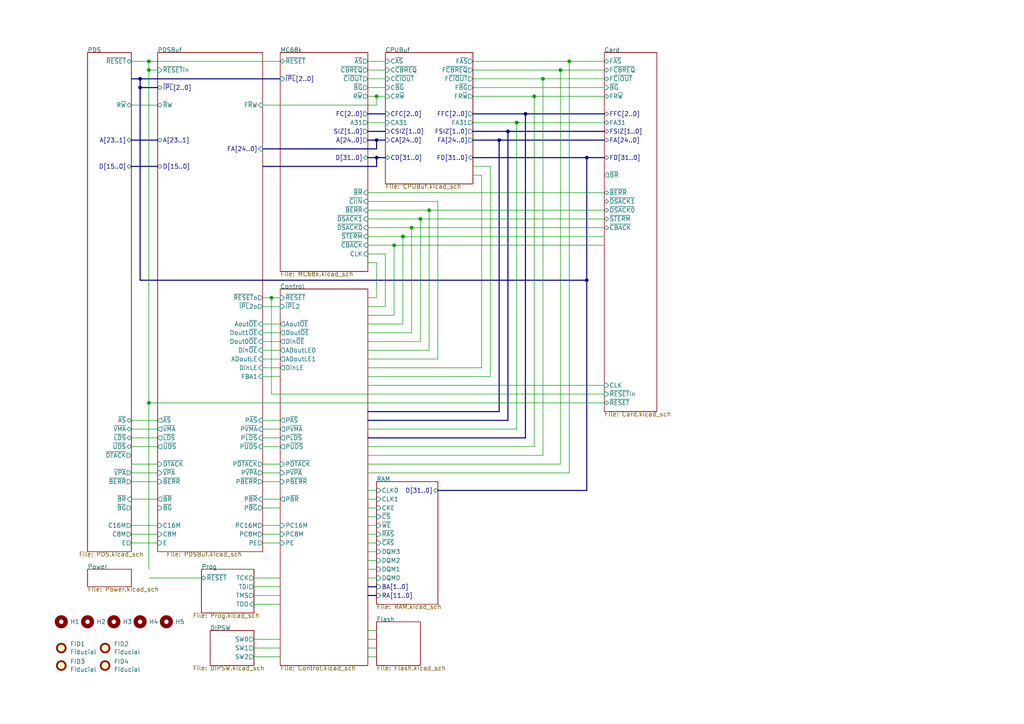
<source format=kicad_sch>
(kicad_sch (version 20211123) (generator eeschema)
  (paper "A4")
  (lib_symbols
    (symbol "Mechanical:Fiducial"
      (property "Reference" "FID" (at 0 5.08 0))
      (property "Value" "Fiducial" (at 0 3.175 0))
      (symbol "Fiducial_0_1"
        (circle (center 0 0) (radius 1.27) (stroke (width 0.508)) (fill (type background)))
      )
    )
    (symbol "Mechanical:MountingHole" (pin_names (offset 1.016))
      (property "Reference" "H" (at 0 5.08 0))
      (property "Value" "MountingHole" (at 0 3.175 0))
      (symbol "MountingHole_0_1"
        (circle (center 0 0) (radius 1.27) (stroke (width 1.27)))
      )
    )
  )
  (junction (at 78.74 86.36))
  (junction (at 109.22 40.64))
  (junction (at 147.32 38.1))
  (junction (at 124.46 60.96))
  (junction (at 121.92 63.5))
  (junction (at 144.78 40.64))
  (junction (at 43.18 17.78))
  (junction (at 152.4 33.02))
  (junction (at 43.18 116.84))
  (junction (at 154.94 27.94))
  (junction (at 149.86 35.56))
  (junction (at 43.18 20.32))
  (junction (at 40.64 22.86))
  (junction (at 170.18 81.28))
  (junction (at 114.3 71.12))
  (junction (at 109.22 45.72))
  (junction (at 165.1 17.78))
  (junction (at 157.48 22.86))
  (junction (at 116.84 68.58))
  (junction (at 170.18 45.72))
  (junction (at 162.56 20.32))
  (junction (at 119.38 66.04))
  (junction (at 109.22 27.94))
  (junction (at 40.64 25.4))
  (bus (pts (xy 137.16 33.02) (xy 152.4 33.02)))
  (bus (pts (xy 144.78 40.64) (xy 175.26 40.64)))
  (wire (pts (xy 106.68 86.36) (xy 109.22 86.36)))
  (bus (pts (xy 76.2 48.26) (xy 109.22 48.26)))
  (wire (pts (xy 154.94 27.94) (xy 154.94 129.54)))
  (wire (pts (xy 127 58.42) (xy 106.68 58.42)))
  (wire (pts (xy 106.68 22.86) (xy 111.76 22.86)))
  (wire (pts (xy 109.22 144.78) (xy 106.68 144.78)))
  (wire (pts (xy 76.2 147.32) (xy 81.28 147.32)))
  (bus (pts (xy 147.32 38.1) (xy 175.26 38.1)))
  (wire (pts (xy 154.94 27.94) (xy 175.26 27.94)))
  (wire (pts (xy 157.48 22.86) (xy 157.48 132.08)))
  (wire (pts (xy 124.46 60.96) (xy 175.26 60.96)))
  (wire (pts (xy 76.2 124.46) (xy 81.28 124.46)))
  (wire (pts (xy 109.22 149.86) (xy 106.68 149.86)))
  (bus (pts (xy 137.16 40.64) (xy 144.78 40.64)))
  (wire (pts (xy 137.16 20.32) (xy 162.56 20.32)))
  (wire (pts (xy 38.1 124.46) (xy 45.72 124.46)))
  (wire (pts (xy 43.18 17.78) (xy 81.28 17.78)))
  (wire (pts (xy 119.38 96.52) (xy 106.68 96.52)))
  (wire (pts (xy 43.18 116.84) (xy 43.18 165.1)))
  (bus (pts (xy 38.1 22.86) (xy 40.64 22.86)))
  (wire (pts (xy 78.74 86.36) (xy 81.28 86.36)))
  (wire (pts (xy 76.2 144.78) (xy 81.28 144.78)))
  (wire (pts (xy 106.68 66.04) (xy 119.38 66.04)))
  (wire (pts (xy 76.2 30.48) (xy 109.22 30.48)))
  (bus (pts (xy 137.16 45.72) (xy 170.18 45.72)))
  (wire (pts (xy 38.1 129.54) (xy 45.72 129.54)))
  (wire (pts (xy 106.68 111.76) (xy 175.26 111.76)))
  (wire (pts (xy 109.22 142.24) (xy 106.68 142.24)))
  (wire (pts (xy 149.86 35.56) (xy 149.86 124.46)))
  (wire (pts (xy 76.2 137.16) (xy 81.28 137.16)))
  (wire (pts (xy 43.18 17.78) (xy 43.18 20.32)))
  (wire (pts (xy 106.68 134.62) (xy 162.56 134.62)))
  (wire (pts (xy 137.16 35.56) (xy 149.86 35.56)))
  (wire (pts (xy 109.22 27.94) (xy 109.22 30.48)))
  (wire (pts (xy 109.22 162.56) (xy 106.68 162.56)))
  (wire (pts (xy 76.2 157.48) (xy 81.28 157.48)))
  (wire (pts (xy 76.2 88.9) (xy 81.28 88.9)))
  (wire (pts (xy 106.68 76.2) (xy 109.22 76.2)))
  (wire (pts (xy 73.66 172.72) (xy 81.3296 172.72)))
  (wire (pts (xy 162.56 20.32) (xy 162.56 134.62)))
  (wire (pts (xy 73.66 167.64) (xy 81.28 167.64)))
  (wire (pts (xy 38.1 134.62) (xy 45.72 134.62)))
  (wire (pts (xy 106.68 124.46) (xy 149.86 124.46)))
  (wire (pts (xy 119.38 66.04) (xy 175.26 66.04)))
  (bus (pts (xy 106.68 33.02) (xy 111.76 33.02)))
  (wire (pts (xy 127 58.42) (xy 127 104.14)))
  (wire (pts (xy 76.2 106.68) (xy 81.28 106.68)))
  (wire (pts (xy 121.92 63.5) (xy 121.92 99.06)))
  (wire (pts (xy 38.1 137.16) (xy 45.72 137.16)))
  (bus (pts (xy 137.16 38.1) (xy 147.32 38.1)))
  (wire (pts (xy 119.38 66.04) (xy 119.38 96.52)))
  (bus (pts (xy 106.68 38.1) (xy 111.76 38.1)))
  (bus (pts (xy 106.68 40.64) (xy 109.22 40.64)))
  (bus (pts (xy 106.68 172.72) (xy 109.22 172.72)))
  (wire (pts (xy 38.1 17.78) (xy 43.18 17.78)))
  (wire (pts (xy 121.92 63.5) (xy 175.26 63.5)))
  (wire (pts (xy 76.2 104.14) (xy 81.28 104.14)))
  (wire (pts (xy 139.7 50.8) (xy 139.7 106.68)))
  (wire (pts (xy 106.68 109.22) (xy 142.24 109.22)))
  (wire (pts (xy 109.22 147.32) (xy 106.68 147.32)))
  (wire (pts (xy 111.76 88.9) (xy 111.76 73.66)))
  (wire (pts (xy 116.84 68.58) (xy 175.26 68.58)))
  (wire (pts (xy 43.2296 167.64) (xy 58.42 167.64)))
  (wire (pts (xy 137.16 50.8) (xy 139.7 50.8)))
  (wire (pts (xy 124.46 60.96) (xy 124.46 101.6)))
  (wire (pts (xy 106.68 129.54) (xy 154.94 129.54)))
  (wire (pts (xy 106.68 35.56) (xy 111.76 35.56)))
  (wire (pts (xy 114.3 91.44) (xy 106.68 91.44)))
  (wire (pts (xy 76.2 96.52) (xy 81.28 96.52)))
  (wire (pts (xy 38.1 127) (xy 45.72 127)))
  (bus (pts (xy 40.64 22.86) (xy 81.28 22.86)))
  (bus (pts (xy 170.18 81.28) (xy 170.18 142.24)))
  (wire (pts (xy 76.2 86.36) (xy 78.74 86.36)))
  (wire (pts (xy 106.68 27.94) (xy 109.22 27.94)))
  (wire (pts (xy 38.1 121.92) (xy 45.72 121.92)))
  (wire (pts (xy 116.84 93.98) (xy 116.84 68.58)))
  (wire (pts (xy 106.68 55.88) (xy 175.26 55.88)))
  (wire (pts (xy 106.68 104.14) (xy 127 104.14)))
  (wire (pts (xy 106.68 187.96) (xy 109.22 187.96)))
  (wire (pts (xy 76.2 134.62) (xy 81.28 134.62)))
  (wire (pts (xy 106.68 99.06) (xy 121.92 99.06)))
  (wire (pts (xy 142.24 48.26) (xy 142.24 109.22)))
  (wire (pts (xy 73.66 187.96) (xy 81.28 187.96)))
  (wire (pts (xy 38.1 144.78) (xy 45.72 144.78)))
  (wire (pts (xy 137.16 17.78) (xy 165.1 17.78)))
  (wire (pts (xy 38.1 157.48) (xy 45.72 157.48)))
  (wire (pts (xy 106.68 154.94) (xy 109.22 154.94)))
  (bus (pts (xy 38.1 48.26) (xy 45.72 48.26)))
  (wire (pts (xy 106.68 101.6) (xy 124.46 101.6)))
  (wire (pts (xy 149.86 35.56) (xy 175.26 35.56)))
  (wire (pts (xy 106.68 17.78) (xy 111.76 17.78)))
  (wire (pts (xy 106.68 88.9) (xy 111.76 88.9)))
  (wire (pts (xy 76.2 129.54) (xy 81.28 129.54)))
  (bus (pts (xy 40.64 25.4) (xy 45.72 25.4)))
  (wire (pts (xy 78.74 114.3) (xy 175.26 114.3)))
  (bus (pts (xy 106.68 45.72) (xy 109.22 45.72)))
  (bus (pts (xy 40.64 25.4) (xy 40.64 81.28)))
  (wire (pts (xy 109.22 76.2) (xy 109.22 86.36)))
  (bus (pts (xy 170.18 45.72) (xy 170.18 81.28)))
  (wire (pts (xy 76.2 99.06) (xy 81.28 99.06)))
  (wire (pts (xy 106.68 132.08) (xy 157.48 132.08)))
  (wire (pts (xy 73.66 190.5) (xy 81.28 190.5)))
  (wire (pts (xy 76.2 154.94) (xy 81.28 154.94)))
  (wire (pts (xy 43.18 20.32) (xy 43.18 116.84)))
  (wire (pts (xy 76.2 109.22) (xy 81.28 109.22)))
  (wire (pts (xy 106.68 137.16) (xy 165.1 137.16)))
  (bus (pts (xy 170.18 45.72) (xy 175.26 45.72)))
  (wire (pts (xy 38.1 152.4) (xy 45.72 152.4)))
  (wire (pts (xy 165.1 17.78) (xy 175.26 17.78)))
  (wire (pts (xy 76.2 139.7) (xy 81.28 139.7)))
  (wire (pts (xy 137.16 22.86) (xy 157.48 22.86)))
  (wire (pts (xy 137.16 25.4) (xy 175.26 25.4)))
  (wire (pts (xy 106.68 60.96) (xy 124.46 60.96)))
  (wire (pts (xy 38.1 154.94) (xy 45.72 154.94)))
  (bus (pts (xy 109.22 45.72) (xy 111.76 45.72)))
  (bus (pts (xy 40.64 22.86) (xy 40.64 25.4)))
  (wire (pts (xy 106.68 106.68) (xy 139.7 106.68)))
  (wire (pts (xy 162.56 20.32) (xy 175.26 20.32)))
  (wire (pts (xy 43.18 116.84) (xy 175.26 116.84)))
  (wire (pts (xy 76.2 152.4) (xy 81.28 152.4)))
  (wire (pts (xy 106.68 190.5) (xy 109.22 190.5)))
  (bus (pts (xy 109.22 40.64) (xy 111.76 40.64)))
  (wire (pts (xy 106.68 20.32) (xy 111.76 20.32)))
  (wire (pts (xy 165.1 17.78) (xy 165.1 137.16)))
  (wire (pts (xy 106.68 93.98) (xy 116.84 93.98)))
  (bus (pts (xy 109.22 45.72) (xy 109.22 48.26)))
  (bus (pts (xy 38.1 40.64) (xy 45.72 40.64)))
  (bus (pts (xy 152.4 33.02) (xy 152.4 127)))
  (wire (pts (xy 76.2 127) (xy 81.28 127)))
  (wire (pts (xy 76.2 101.6) (xy 81.28 101.6)))
  (wire (pts (xy 38.1 30.48) (xy 45.72 30.48)))
  (wire (pts (xy 106.68 25.4) (xy 111.76 25.4)))
  (wire (pts (xy 109.22 160.02) (xy 106.68 160.02)))
  (wire (pts (xy 137.16 27.94) (xy 154.94 27.94)))
  (wire (pts (xy 137.16 48.26) (xy 142.24 48.26)))
  (wire (pts (xy 73.66 185.42) (xy 81.28 185.42)))
  (bus (pts (xy 106.68 119.38) (xy 144.78 119.38)))
  (wire (pts (xy 114.3 71.12) (xy 175.26 71.12)))
  (wire (pts (xy 106.68 152.4) (xy 109.22 152.4)))
  (wire (pts (xy 106.68 68.58) (xy 116.84 68.58)))
  (wire (pts (xy 106.68 185.42) (xy 109.22 185.42)))
  (wire (pts (xy 109.22 157.48) (xy 106.68 157.48)))
  (wire (pts (xy 109.22 27.94) (xy 111.76 27.94)))
  (wire (pts (xy 106.68 63.5) (xy 121.92 63.5)))
  (wire (pts (xy 73.66 175.26) (xy 81.3296 175.26)))
  (bus (pts (xy 127 142.24) (xy 170.18 142.24)))
  (bus (pts (xy 147.32 38.1) (xy 147.32 121.92)))
  (bus (pts (xy 106.68 127) (xy 152.4 127)))
  (bus (pts (xy 106.68 170.18) (xy 109.22 170.18)))
  (wire (pts (xy 106.68 71.12) (xy 114.3 71.12)))
  (wire (pts (xy 78.74 86.36) (xy 78.74 114.3)))
  (bus (pts (xy 40.64 81.28) (xy 170.18 81.28)))
  (wire (pts (xy 76.2 93.98) (xy 81.28 93.98)))
  (wire (pts (xy 76.2 121.92) (xy 81.28 121.92)))
  (wire (pts (xy 73.66 170.18) (xy 81.28 170.18)))
  (wire (pts (xy 43.18 20.32) (xy 45.72 20.32)))
  (wire (pts (xy 106.68 182.88) (xy 109.22 182.88)))
  (bus (pts (xy 109.22 40.64) (xy 109.22 43.18)))
  (bus (pts (xy 144.78 40.64) (xy 144.78 119.38)))
  (wire (pts (xy 157.48 22.86) (xy 175.26 22.86)))
  (bus (pts (xy 76.2 43.18) (xy 109.22 43.18)))
  (wire (pts (xy 106.68 165.1) (xy 109.22 165.1)))
  (wire (pts (xy 111.76 73.66) (xy 106.68 73.66)))
  (wire (pts (xy 38.1 139.7) (xy 45.72 139.7)))
  (wire (pts (xy 114.3 71.12) (xy 114.3 91.44)))
  (bus (pts (xy 106.68 121.92) (xy 147.32 121.92)))
  (wire (pts (xy 106.68 167.64) (xy 109.22 167.64)))
  (bus (pts (xy 152.4 33.02) (xy 175.26 33.02)))
  (symbol (lib_id "Mechanical:MountingHole") (at 48.26 180.34 0) (unit 1)
    (property "Reference" "H5" (at 50.8 180.34 0) (effects (justify left)))
    (property "Value" " " (at 50.8 181.356 0) (effects (justify left)))
    (property "Footprint" "stdpads:PasteHole_1.152mm_NPTH" (effects hide))
  )
  (symbol (lib_id "Mechanical:Fiducial") (at 17.78 187.96 0) (unit 1)
    (property "Reference" "FID1" (at 20.32 186.7916 0) (effects (justify left)))
    (property "Value" "Fiducial" (at 20.32 189.103 0) (effects (justify left)))
    (property "Footprint" "stdpads:Fiducial" (effects hide))
  )
  (symbol (lib_id "Mechanical:Fiducial") (at 30.48 187.96 0) (unit 1)
    (property "Reference" "FID2" (at 33.02 186.7916 0) (effects (justify left)))
    (property "Value" "Fiducial" (at 33.02 189.103 0) (effects (justify left)))
    (property "Footprint" "stdpads:Fiducial" (effects hide))
  )
  (symbol (lib_id "Mechanical:Fiducial") (at 17.78 193.04 0) (unit 1)
    (property "Reference" "FID3" (at 20.32 191.8716 0) (effects (justify left)))
    (property "Value" "Fiducial" (at 20.32 194.183 0) (effects (justify left)))
    (property "Footprint" "stdpads:Fiducial" (effects hide))
  )
  (symbol (lib_id "Mechanical:Fiducial") (at 30.48 193.04 0) (unit 1)
    (property "Reference" "FID4" (at 33.02 191.8716 0) (effects (justify left)))
    (property "Value" "Fiducial" (at 33.02 194.183 0) (effects (justify left)))
    (property "Footprint" "stdpads:Fiducial" (effects hide))
  )
  (symbol (lib_id "Mechanical:MountingHole") (at 17.78 180.34 0) (unit 1)
    (property "Reference" "H1" (at 20.32 180.34 0) (effects (justify left)))
    (property "Value" " " (at 20.32 181.356 0) (effects (justify left)))
    (property "Footprint" "stdpads:PasteHole_1.152mm_NPTH" (effects hide))
  )
  (symbol (lib_id "Mechanical:MountingHole") (at 25.4 180.34 0) (unit 1)
    (property "Reference" "H2" (at 27.94 180.34 0) (effects (justify left)))
    (property "Value" " " (at 27.94 181.356 0) (effects (justify left)))
    (property "Footprint" "stdpads:PasteHole_1.152mm_NPTH" (effects hide))
  )
  (symbol (lib_id "Mechanical:MountingHole") (at 33.02 180.34 0) (unit 1)
    (property "Reference" "H3" (at 35.56 180.34 0) (effects (justify left)))
    (property "Value" " " (at 35.56 181.356 0) (effects (justify left)))
    (property "Footprint" "stdpads:PasteHole_1.152mm_NPTH" (effects hide))
  )
  (symbol (lib_id "Mechanical:MountingHole") (at 40.64 180.34 0) (unit 1)
    (property "Reference" "H4" (at 43.18 180.34 0) (effects (justify left)))
    (property "Value" " " (at 43.18 181.356 0) (effects (justify left)))
    (property "Footprint" "stdpads:PasteHole_1.152mm_NPTH" (effects hide))
  )
  (sheet (at 25.4 15.24) (size 12.7 144.78)
    (property "Sheet name" "PDS" (at 25.4 15.24 0) (effects (justify left bottom)))
    (property "Sheet file" "PDS.kicad_sch" (at 22.86 160.02 0) (effects (justify left top)))
    (pin "A[23..1]" bidirectional (at 38.1 40.64 0))
    (pin "D[15..0]" bidirectional (at 38.1 48.26 0))
    (pin "~{AS}" bidirectional (at 38.1 121.92 0))
    (pin "~{LDS}" bidirectional (at 38.1 127 0))
    (pin "~{UDS}" bidirectional (at 38.1 129.54 0))
    (pin "R~{W}" bidirectional (at 38.1 30.48 0))
    (pin "~{VMA}" bidirectional (at 38.1 124.46 0))
    (pin "~{VPA}" output (at 38.1 137.16 0))
    (pin "~{DTACK}" output (at 38.1 132.08 0))
    (pin "~{RESET}" bidirectional (at 38.1 17.78 0))
    (pin "~{BERR}" output (at 38.1 139.7 0))
    (pin "E" output (at 38.1 157.48 0))
    (pin "C8M" output (at 38.1 154.94 0))
    (pin "C16M" output (at 38.1 152.4 0))
    (pin "~{BR}" input (at 38.1 144.78 0))
    (pin "~{BG}" output (at 38.1 147.32 0))
  )
  (sheet (at 81.28 83.82) (size 25.4 109.22)
    (property "Sheet name" "Control" (at 81.28 83.82 0) (effects (justify left bottom)))
    (property "Sheet file" "Control.kicad_sch" (at 81.28 193.04 0) (effects (justify left top)))
    (pin "~{RESET}" input (at 81.28 86.36 180))
    (pin "P~{AS}" output (at 81.28 121.92 180))
    (pin "P~{VMA}" output (at 81.28 124.46 180))
    (pin "P~{DTACK}" input (at 81.28 134.62 180))
    (pin "P~{VPA}" input (at 81.28 137.16 180))
    (pin "P~{BERR}" input (at 81.28 139.7 180))
    (pin "PE" input (at 81.28 157.48 180))
    (pin "PC8M" input (at 81.28 154.94 180))
    (pin "PC16M" input (at 81.28 152.4 180))
    (pin "P~{UDS}" output (at 81.28 129.54 180))
    (pin "P~{LDS}" output (at 81.28 127 180))
    (pin "DinLE" output (at 81.28 106.68 180))
    (pin "Dout~{OE}" output (at 81.28 96.52 180))
    (pin "Aout~{OE}" output (at 81.28 93.98 180))
    (pin "Din~{OE}" output (at 81.28 99.06 180))
    (pin "ADoutLE0" output (at 81.28 101.6 180))
    (pin "ADoutLE1" output (at 81.28 104.14 180))
    (pin "P~{BR}" output (at 81.28 144.78 180))
    (pin "~{IPL}2" input (at 81.28 88.9 180))
  )
  (sheet (at 109.22 139.7) (size 17.78 35.56)
    (property "Sheet name" "RAM" (at 109.22 139.7 0) (effects (justify left bottom)))
    (property "Sheet file" "RAM.kicad_sch" (at 109.22 175.26 0) (effects (justify left top)))
    (pin "~{RAS}" input (at 109.22 154.94 180))
    (pin "D[31..0]" bidirectional (at 127 142.24 0))
    (pin "~{CAS}" input (at 109.22 157.48 180))
    (pin "RA[11..0]" input (at 109.22 172.72 180))
    (pin "~{WE}" input (at 109.22 152.4 180))
    (pin "CKE" input (at 109.22 147.32 180))
    (pin "CLK0" input (at 109.22 142.24 180))
    (pin "BA[1..0]" input (at 109.22 170.18 180))
    (pin "DQM2" input (at 109.22 162.56 180))
    (pin "DQM3" input (at 109.22 160.02 180))
    (pin "DQM1" input (at 109.22 165.1 180))
    (pin "DQM0" input (at 109.22 167.64 180))
    (pin "~{CS}" input (at 109.22 149.86 180))
    (pin "CLK1" input (at 109.22 144.78 180))
  )
  (sheet (at 81.28 15.24) (size 25.4 63.5)
    (property "Sheet name" "MC68k" (at 81.28 15.24 0) (effects (justify left bottom)))
    (property "Sheet file" "MC68k.kicad_sch" (at 81.28 78.74 0) (effects (justify left top)))
    (pin "A[24..0]" output (at 106.68 40.64 0))
    (pin "D[31..0]" bidirectional (at 106.68 45.72 0))
    (pin "~{AS}" output (at 106.68 17.78 0))
    (pin "R~{W}" output (at 106.68 27.94 0))
    (pin "~{RESET}" bidirectional (at 81.28 17.78 180))
    (pin "~{BERR}" input (at 106.68 60.96 0))
    (pin "CLK" input (at 106.68 73.66 0))
    (pin "~{CIIN}" input (at 106.68 58.42 0))
    (pin "~{CBACK}" input (at 106.68 71.12 0))
    (pin "~{DSACK1}" input (at 106.68 63.5 0))
    (pin "~{STERM}" input (at 106.68 68.58 0))
    (pin "~{DSACK0}" input (at 106.68 66.04 0))
    (pin "A31" output (at 106.68 35.56 0))
    (pin "SIZ[1..0]" output (at 106.68 38.1 0))
    (pin "FC[2..0]" output (at 106.68 33.02 0))
    (pin "~{CIOUT}" output (at 106.68 22.86 0))
    (pin "~{CBREQ}" output (at 106.68 20.32 0))
    (pin "~{IPL}[2..0]" input (at 81.28 22.86 180))
    (pin "~{BR}" input (at 106.68 55.88 0))
    (pin "~{BG}" output (at 106.68 25.4 0))
  )
  (sheet (at 45.72 15.24) (size 30.48 144.78)
    (property "Sheet name" "PDSBuf" (at 45.72 15.24 0) (effects (justify left bottom)))
    (property "Sheet file" "PDSBuf.kicad_sch" (at 48.26 160.02 0) (effects (justify left top)))
    (pin "FA[24..0]" input (at 76.2 43.18 0))
    (pin "A[23..1]" bidirectional (at 45.72 40.64 180))
    (pin "D[15..0]" bidirectional (at 45.72 48.26 180))
    (pin "Din~{OE}" input (at 76.2 101.6 0))
    (pin "DinLE" input (at 76.2 106.68 0))
    (pin "Aout~{OE}" input (at 76.2 93.98 0))
    (pin "~{R}W" tri_state (at 45.72 30.48 180))
    (pin "F~{R}W" input (at 76.2 30.48 0))
    (pin "P~{VMA}" input (at 76.2 124.46 0))
    (pin "P~{AS}" input (at 76.2 121.92 0))
    (pin "P~{DTACK}" output (at 76.2 134.62 0))
    (pin "P~{LDS}" input (at 76.2 127 0))
    (pin "P~{BERR}" output (at 76.2 139.7 0))
    (pin "P~{UDS}" input (at 76.2 129.54 0))
    (pin "P~{VPA}" output (at 76.2 137.16 0))
    (pin "~{BR}" output (at 45.72 144.78 180))
    (pin "~{RESET}in" input (at 45.72 20.32 180))
    (pin "P~{BR}" input (at 76.2 144.78 0))
    (pin "~{VMA}" output (at 45.72 124.46 180))
    (pin "~{DTACK}" input (at 45.72 134.62 180))
    (pin "~{BERR}" input (at 45.72 139.7 180))
    (pin "~{VPA}" input (at 45.72 137.16 180))
    (pin "~{AS}" output (at 45.72 121.92 180))
    (pin "~{LDS}" output (at 45.72 127 180))
    (pin "~{UDS}" output (at 45.72 129.54 180))
    (pin "PC8M" output (at 76.2 154.94 0))
    (pin "PE" output (at 76.2 157.48 0))
    (pin "PC16M" output (at 76.2 152.4 0))
    (pin "C8M" input (at 45.72 154.94 180))
    (pin "E" input (at 45.72 157.48 180))
    (pin "C16M" input (at 45.72 152.4 180))
    (pin "ADoutLE" input (at 76.2 104.14 0))
    (pin "FBA1" input (at 76.2 109.22 0))
    (pin "~{IPL}[2..0]" bidirectional (at 45.72 25.4 180))
    (pin "Dout0~{OE}" input (at 76.2 99.06 0))
    (pin "Dout1~{OE}" input (at 76.2 96.52 0))
    (pin "P~{BG}" output (at 76.2 147.32 0))
    (pin "~{BG}" input (at 45.72 147.32 180))
    (pin "~{IPL}2o" output (at 76.2 88.9 0))
    (pin "~{RESET}o" output (at 76.2 86.36 0))
  )
  (sheet (at 60.96 182.88) (size 12.7 10.16)
    (property "Sheet name" "DIPSW" (at 60.96 182.88 0) (effects (justify left bottom)))
    (property "Sheet file" "DIPSW.kicad_sch" (at 55.88 193.04 0) (effects (justify left top)))
    (pin "SW0" output (at 73.66 185.42 0))
    (pin "SW1" output (at 73.66 187.96 0))
    (pin "SW2" output (at 73.66 190.5 0))
  )
  (sheet (at 58.42 165.1) (size 15.24 12.7)
    (property "Sheet name" "Prog" (at 58.42 165.1 0) (effects (justify left bottom)))
    (property "Sheet file" "Prog.kicad_sch" (at 55.88 177.8 0) (effects (justify left top)))
    (pin "TCK" output (at 73.66 167.64 0))
    (pin "TDI" output (at 73.66 170.18 0))
    (pin "TMS" output (at 73.66 172.72 0))
    (pin "TDO" input (at 73.66 175.26 0))
    (pin "~{RESET}" tri_state (at 58.42 167.64 180))
  )
  (sheet (at 25.4 165.1) (size 12.7 5.08)
    (property "Sheet name" "Power" (at 25.4 165.1 0) (effects (justify left bottom)))
    (property "Sheet file" "Power.kicad_sch" (at 25.4 170.18 0) (effects (justify left top)))
  )
  (sheet (at 175.26 15.24) (size 15.24 104.14) (stroke (width 0.1524))
    (property "Sheet name" "Card" (at 175.26 15.24 0) (effects (justify left bottom)))
    (property "Sheet file" "Card.kicad_sch" (at 175.26 119.38 0) (effects (justify left top)))
    (pin "CLK" input (at 175.26 111.76 180))
    (pin "~{STERM}" bidirectional (at 175.26 63.5 180))
    (pin "~{BERR}" bidirectional (at 175.26 55.88 180))
    (pin "~{DSACK1}" bidirectional (at 175.26 58.42 180))
    (pin "~{DSACK0}" bidirectional (at 175.26 60.96 180))
    (pin "~{CBACK}" bidirectional (at 175.26 66.04 180))
    (pin "~{BR}" output (at 175.26 50.8 180))
    (pin "~{BG}" input (at 175.26 25.4 180))
    (pin "~{RESET}" tri_state (at 175.26 116.84 180))
    (pin "~{RESET}in" input (at 175.26 114.3 180))
    (pin "FA[24..0]" bidirectional (at 175.26 40.64 180))
    (pin "FFC[2..0]" bidirectional (at 175.26 33.02 180))
    (pin "FSIZ[1..0]" bidirectional (at 175.26 38.1 180))
    (pin "F~{CIOUT}" bidirectional (at 175.26 22.86 180))
    (pin "F~{AS}" bidirectional (at 175.26 17.78 180))
    (pin "F~{CBREQ}" bidirectional (at 175.26 20.32 180))
    (pin "FR~{W}" bidirectional (at 175.26 27.94 180))
    (pin "FD[31..0]" bidirectional (at 175.26 45.72 180))
    (pin "FA31" bidirectional (at 175.26 35.56 180))
  )
  (sheet (at 109.22 180.34) (size 12.7 12.7) (stroke (width 0.1524))
    (property "Sheet name" "Flash" (at 109.22 180.34 0) (effects (justify left bottom)))
    (property "Sheet file" "Flash.kicad_sch" (at 109.22 193.04 0) (effects (justify left top)))
  )
  (sheet (at 111.76 15.24) (size 25.4 38.1) (stroke (width 0.1524))
    (property "Sheet name" "CPUBuf" (at 111.76 15.24 0) (effects (justify left bottom)))
    (property "Sheet file" "CPUBuf.kicad_sch" (at 111.76 53.34 0) (effects (justify left top)))
    (pin "FD[31..0]" bidirectional (at 137.16 45.72 0))
    (pin "FSIZ[1..0]" output (at 137.16 38.1 0))
    (pin "FA[24..0]" output (at 137.16 40.64 0))
    (pin "FFC[2..0]" output (at 137.16 33.02 0))
    (pin "FA31" output (at 137.16 35.56 0))
    (pin "F~{CIOUT}" output (at 137.16 22.86 0))
    (pin "F~{AS}" output (at 137.16 17.78 0))
    (pin "FR~{W}" output (at 137.16 27.94 0))
    (pin "F~{CBREQ}" output (at 137.16 20.32 0))
    (pin "CA31" input (at 111.76 35.56 180))
    (pin "C~{CBREQ}" input (at 111.76 20.32 180))
    (pin "CD[31..0]" bidirectional (at 111.76 45.72 180))
    (pin "CA[24..0]" input (at 111.76 40.64 180))
    (pin "CR~{W}" input (at 111.76 27.94 180))
    (pin "C~{AS}" input (at 111.76 17.78 180))
    (pin "C~{CIOUT}" input (at 111.76 22.86 180))
    (pin "CSIZ[1..0]" input (at 111.76 38.1 180))
    (pin "CFC[2..0]" input (at 111.76 33.02 180))
    (pin "C~{BG}" input (at 111.76 25.4 180))
    (pin "F~{BG}" output (at 137.16 25.4 0))
  )
)
</source>
